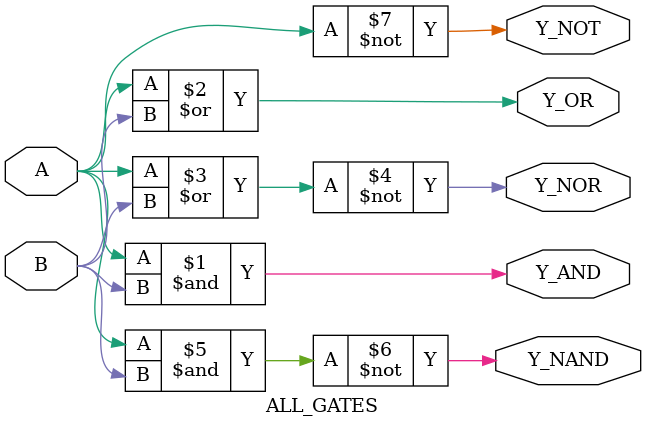
<source format=v>
module ALL_GATES(A, B, Y_AND, Y_OR, Y_NOR, Y_NAND, Y_NOT);
  input A, B;
  output Y_AND, Y_OR, Y_NOR, Y_NAND, Y_NOT;
  and(Y_AND, A, B);
  or(Y_OR, A, B);
  not(Y_NOT, A);
  nor(Y_NOR, A, B);
  nand(Y_NAND, A, B);
endmodule

</source>
